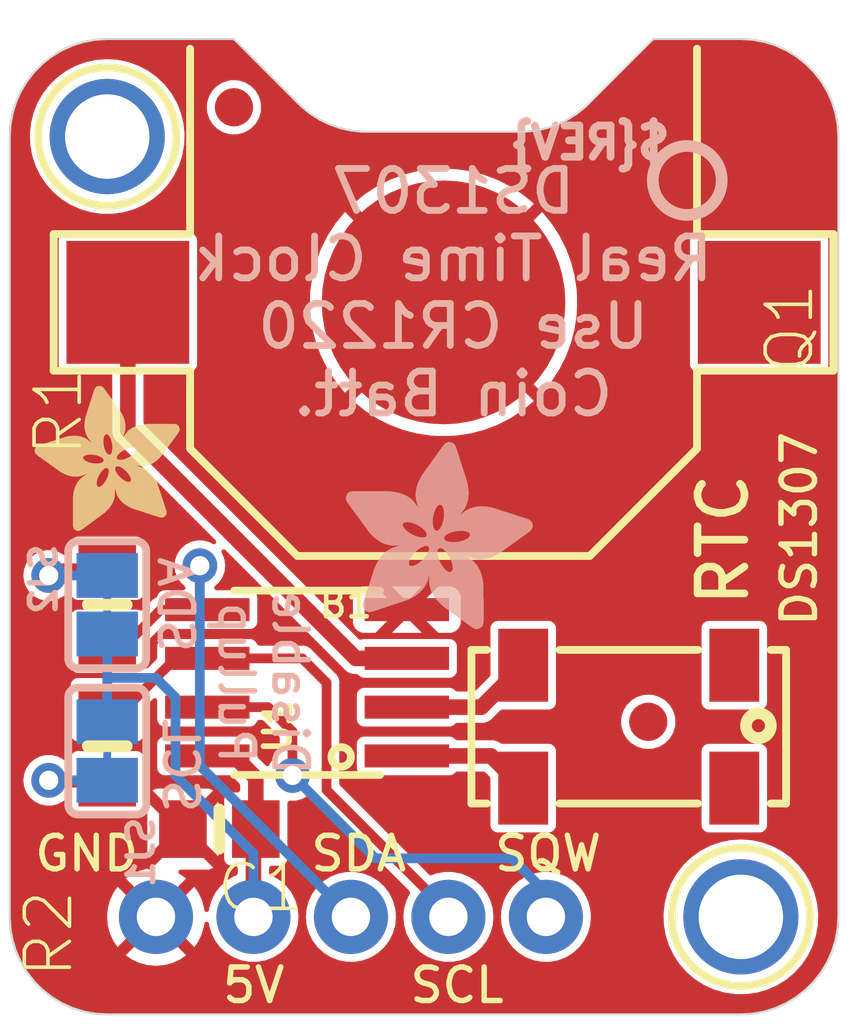
<source format=kicad_pcb>
(kicad_pcb (version 20221018) (generator pcbnew)
  (layers (0 "F.Cu" signal) (1 "In1.Cu" signal) (2 "In2.Cu" signal) (3 "In3.Cu" signal) (4 "In4.Cu" signal) (5 "In5.Cu" signal) (6 "In6.Cu" signal) (7 "In7.Cu" signal) (8 "In8.Cu" signal) (9 "In9.Cu" signal) (10 "In10.Cu" signal) (11 "In11.Cu" signal) (12 "In12.Cu" signal) (13 "In13.Cu" signal) (14 "In14.Cu" signal) (31 "B.Cu" signal) (34 "B.Paste" user) (35 "F.Paste" user) (36 "B.SilkS" user "B.Silkscreen") (37 "F.SilkS" user "F.Silkscreen") (38 "B.Mask" user) (39 "F.Mask" user) (44 "Edge.Cuts" user))
  (net 0 "")
  (net 1 "GND")
  (net 2 "VCC")
  (net 3 "SDA")
  (net 4 "SCL")
  (net 5 "VBAT")
  (net 6 "SQW")
  (net 7 "N$1")
  (net 8 "N$2")
  (net 9 "XI")
  (net 10 "XO")
  (footprint "working:MOUNTINGHOLE_2.0_PLATED" (layer "F.Cu") (at 140.2461 94.8436 90)
    (fp_text reference "U$1" hide)
    (fp_text value "MOUNTINGHOLE2.0" hide)
    (pad "P$1" thru_hole circle (at 0 0 90) (size 3 3) (drill 2.2) (layers "*.Cu" "*.Mask"))
    (zone (net 0) (net_name "") (layer "F.Cu") (connect_pads (clearance 0)) (min_thickness 0.25)
      (keepout (tracks not_allowed) (vias not_allowed) (pads not_allowed) (copperpour not_allowed) (footprints allowed))
      (fill (thermal_gap 0.5) (thermal_bridge_width 0.5))
      (polygon (pts (xy 140.2461 92.8276) (xy 139.965527 92.84722) (xy 139.690415 92.905696) (xy 139.426119 93.001892) (xy 139.177783 93.133935) (xy 138.95024 93.299254) (xy 138.74792 93.494633) (xy 138.57476 93.716267) (xy 138.434131 93.959844) (xy 138.32877 94.220622) (xy 138.260728 94.493525) (xy 138.231328 94.773243) (xy 138.241144 95.054329) (xy 138.289984 95.331315) (xy 138.376897 95.598807) (xy 138.500193 95.8516) (xy 138.65747 96.084774) (xy 138.845669 96.293789) (xy 139.061125 96.474578) (xy 139.299645 96.623622) (xy 139.556587 96.73802) (xy 139.82695 96.815546) (xy 140.105471 96.854689) (xy 140.386729 96.854689) (xy 140.66525 96.815546) (xy 140.935613 96.73802) (xy 141.192555 96.623622) (xy 141.431075 96.474578) (xy 141.646531 96.293789) (xy 141.83473 96.084774) (xy 141.992007 95.8516) (xy 142.115303 95.598807) (xy 142.202216 95.331315) (xy 142.251056 95.054329) (xy 142.260872 94.773243) (xy 142.231472 94.493525) (xy 142.16343 94.220622) (xy 142.058069 93.959844) (xy 141.91744 93.716267) (xy 141.74428 93.494633) (xy 141.54196 93.299254) (xy 141.314417 93.133935) (xy 141.066081 93.001892) (xy 140.801785 92.905696) (xy 140.526673 92.84722)))
      (polygon (pts (xy 140.2461 94.8596) (xy 140.257414 94.854914) (xy 140.2621 94.8436) (xy 140.257414 94.832286) (xy 140.2461 94.8276) (xy 140.234786 94.832286) (xy 140.2301 94.8436) (xy 140.234786 94.854914)))
    )
  )
  (footprint "working:SOIC8_150MIL" (layer "F.Cu") (at 145.4531 109.0676 90)
    (fp_text reference "U1" (at -1.905 -0.381 90) (layer "F.SilkS") (effects (font (size 0.666496 0.666496) (thickness 0.146304)) (justify left bottom)))
    (fp_text value "DS1307")
    (pad "1" smd rect (at -1.905 2.6 90) (size 0.6 2.2) (layers "F.Cu" "F.Paste" "F.Mask") (net 9 "XI"))
    (pad "2" smd rect (at -0.635 2.6 90) (size 0.6 2.2) (layers "F.Cu" "F.Paste" "F.Mask") (net 10 "XO"))
    (pad "3" smd rect (at 0.635 2.6 90) (size 0.6 2.2) (layers "F.Cu" "F.Paste" "F.Mask") (net 5 "VBAT"))
    (pad "4" smd rect (at 1.905 2.6 90) (size 0.6 2.2) (layers "F.Cu" "F.Paste" "F.Mask") (net 1 "GND"))
    (pad "5" smd rect (at 1.905 -2.6 90) (size 0.6 2.2) (layers "F.Cu" "F.Paste" "F.Mask") (net 3 "SDA"))
    (pad "6" smd rect (at 0.635 -2.6 90) (size 0.6 2.2) (layers "F.Cu" "F.Paste" "F.Mask") (net 4 "SCL"))
    (pad "7" smd rect (at -0.635 -2.6 90) (size 0.6 2.2) (layers "F.Cu" "F.Paste" "F.Mask") (net 6 "SQW"))
    (pad "8" smd rect (at -1.905 -2.6 90) (size 0.6 2.2) (layers "F.Cu" "F.Paste" "F.Mask") (net 2 "VCC"))
  )
  (footprint "working:CRYSTAL_8X3.8" (layer "F.Cu") (at 153.8351 110.2106)
    (fp_text reference "Q1" (at 4.191 -9.144 90) (layer "F.SilkS") (effects (font (size 1.176691 1.176691) (thickness 0.093309)) (justify left)))
    (fp_text value "32.768")
    (pad "P$1" smd rect (at -2.75 1.6) (size 1.3 1.9) (layers "F.Cu" "F.Paste" "F.Mask") (net 9 "XI"))
    (pad "P$2" smd rect (at 2.75 1.6) (size 1.3 1.9) (layers "F.Cu" "F.Paste" "F.Mask"))
    (pad "P$3" smd rect (at 2.75 -1.6) (size 1.3 1.9) (layers "F.Cu" "F.Paste" "F.Mask"))
    (pad "P$4" smd rect (at -2.75 -1.6) (size 1.3 1.9) (layers "F.Cu" "F.Paste" "F.Mask") (net 10 "XO"))
  )
  (footprint "working:0805-NO" (layer "F.Cu") (at 140.2461 110.7186 90)
    (fp_text reference "R2" (at -6.096 -1.524 90) (layer "F.SilkS") (effects (font (size 1.176691 1.176691) (thickness 0.093309)) (justify left)))
    (fp_text value "10K")
    (pad "1" smd rect (at -0.95 0 90) (size 1.24 1.5) (layers "F.Cu" "F.Paste" "F.Mask") (net 7 "N$1"))
    (pad "2" smd rect (at 0.95 0 90) (size 1.24 1.5) (layers "F.Cu" "F.Paste" "F.Mask") (net 4 "SCL"))
  )
  (footprint "working:0805-NO" (layer "F.Cu") (at 140.2461 107.0356 90)
    (fp_text reference "R1" (at 3.81 -1.27 90) (layer "F.SilkS") (effects (font (size 1.176691 1.176691) (thickness 0.093309)) (justify left)))
    (fp_text value "10K")
    (pad "1" smd rect (at -0.95 0 90) (size 1.24 1.5) (layers "F.Cu" "F.Paste" "F.Mask") (net 3 "SDA"))
    (pad "2" smd rect (at 0.95 0 90) (size 1.24 1.5) (layers "F.Cu" "F.Paste" "F.Mask") (net 8 "N$2"))
  )
  (footprint "working:1X05_ROUND_76" (layer "F.Cu") (at 146.5961 115.1636 180)
    (fp_text reference "JP2" hide)
    (fp_text value "")
    (pad "1" thru_hole circle (at -5.08 0 270) (size 1.9304 1.9304) (drill 1) (layers "*.Cu" "*.Mask") (net 6 "SQW"))
    (pad "2" thru_hole circle (at -2.54 0 270) (size 1.9304 1.9304) (drill 1) (layers "*.Cu" "*.Mask") (net 4 "SCL"))
    (pad "3" thru_hole circle (at 0 0 270) (size 1.9304 1.9304) (drill 1) (layers "*.Cu" "*.Mask") (net 3 "SDA"))
    (pad "4" thru_hole circle (at 2.54 0 270) (size 1.9304 1.9304) (drill 1) (layers "*.Cu" "*.Mask") (net 2 "VCC"))
    (pad "5" thru_hole circle (at 5.08 0 270) (size 1.9304 1.9304) (drill 1) (layers "*.Cu" "*.Mask") (net 1 "GND"))
  )
  (footprint "working:FIDUCIAL_1MM" (layer "F.Cu") (at 143.5481 94.0816 90)
    (fp_text reference "FID1" hide)
    (fp_text value "FIDUCIAL\"\"" hide)
    (pad "1" smd roundrect (at 0 0 90) (size 1 1) (layers "F.Cu" "F.Mask") (roundrect_rratio 0.5))
  )
  (footprint "working:MOUNTINGHOLE_2.0_PLATED" (layer "F.Cu") (at 156.7561 115.1636 90)
    (fp_text reference "U$4" hide)
    (fp_text value "MOUNTINGHOLE2.0" hide)
    (pad "P$1" thru_hole circle (at 0 0 90) (size 3 3) (drill 2.2) (layers "*.Cu" "*.Mask"))
    (zone (net 0) (net_name "") (layer "F.Cu") (connect_pads (clearance 0)) (min_thickness 0.25)
      (keepout (tracks not_allowed) (vias not_allowed) (pads not_allowed) (copperpour not_allowed) (footprints allowed))
      (fill (thermal_gap 0.5) (thermal_bridge_width 0.5))
      (polygon (pts (xy 156.7561 113.1476) (xy 156.475527 113.16722) (xy 156.200415 113.225696) (xy 155.936119 113.321892) (xy 155.687783 113.453935) (xy 155.46024 113.619254) (xy 155.25792 113.814633) (xy 155.08476 114.036267) (xy 154.944131 114.279844) (xy 154.83877 114.540622) (xy 154.770728 114.813525) (xy 154.741328 115.093243) (xy 154.751144 115.374329) (xy 154.799984 115.651315) (xy 154.886897 115.918807) (xy 155.010193 116.1716) (xy 155.16747 116.404774) (xy 155.355669 116.613789) (xy 155.571125 116.794578) (xy 155.809645 116.943622) (xy 156.066587 117.05802) (xy 156.33695 117.135546) (xy 156.615471 117.174689) (xy 156.896729 117.174689) (xy 157.17525 117.135546) (xy 157.445613 117.05802) (xy 157.702555 116.943622) (xy 157.941075 116.794578) (xy 158.156531 116.613789) (xy 158.34473 116.404774) (xy 158.502007 116.1716) (xy 158.625303 115.918807) (xy 158.712216 115.651315) (xy 158.761056 115.374329) (xy 158.770872 115.093243) (xy 158.741472 114.813525) (xy 158.67343 114.540622) (xy 158.568069 114.279844) (xy 158.42744 114.036267) (xy 158.25428 113.814633) (xy 158.05196 113.619254) (xy 157.824417 113.453935) (xy 157.576081 113.321892) (xy 157.311785 113.225696) (xy 157.036673 113.16722)))
      (polygon (pts (xy 156.7561 115.1796) (xy 156.767414 115.174914) (xy 156.7721 115.1636) (xy 156.767414 115.152286) (xy 156.7561 115.1476) (xy 156.744786 115.152286) (xy 156.7401 115.1636) (xy 156.744786 115.174914)))
    )
  )
  (footprint "working:ADAFRUIT_3.5MM" (layer "F.Cu") (at 142.1511 105.1306 90)
    (fp_text reference "U$2" hide)
    (fp_text value "" hide)
  )
  (footprint "working:0805-NO" (layer "F.Cu") (at 143.1671 112.8776 180)
    (fp_text reference "C1" (at -2.286 -1.524) (layer "F.SilkS") (effects (font (size 1.176691 1.176691) (thickness 0.093309)) (justify right)))
    (fp_text value "0.1uF")
    (pad "1" smd rect (at -0.95 0 180) (size 1.24 1.5) (layers "F.Cu" "F.Paste" "F.Mask") (net 2 "VCC"))
    (pad "2" smd rect (at 0.95 0 180) (size 1.24 1.5) (layers "F.Cu" "F.Paste" "F.Mask") (net 1 "GND"))
  )
  (footprint "working:FIDUCIAL_1MM" (layer "F.Cu") (at 154.3431 110.0836 90)
    (fp_text reference "FID2" hide)
    (fp_text value "FIDUCIAL\"\"" hide)
    (pad "1" smd roundrect (at 0 0 90) (size 1 1) (layers "F.Cu" "F.Mask") (roundrect_rratio 0.5))
  )
  (footprint "working:CR1220" (layer "F.Cu") (at 149.0091 99.1616)
    (fp_text reference "B1" (at -3.302 7.86) (layer "F.SilkS") (effects (font (size 0.692831 0.692831) (thickness 0.119969)) (justify left)))
    (fp_text value "CR1220")
    (pad "+$1" smd rect (at -8.2254 0) (size 3.2 3.2) (layers "F.Cu" "F.Paste" "F.Mask") (net 5 "VBAT"))
    (pad "+$2" smd rect (at 8.2254 0) (size 3.2 3.2) (layers "F.Cu" "F.Paste" "F.Mask"))
    (pad "-" smd roundrect (at 0 0) (size 6.35 6.35) (layers "F.Cu" "F.Mask") (roundrect_rratio 0.5) (net 1 "GND"))
  )
  (footprint "working:SOLDERJUMPER_CLOSEDWIRE" (layer "B.Cu") (at 140.2461 110.8456 90)
    (fp_text reference "SJ1" (at -1.651 1.27 270) (layer "B.SilkS") (effects (font (size 0.666496 0.666496) (thickness 0.146304)) (justify left bottom mirror)))
    (fp_text value "")
    (pad "1" smd rect (at -0.762 0 90) (size 1.1684 1.6002) (layers "B.Cu" "B.Mask") (net 7 "N$1"))
    (pad "2" smd rect (at 0.762 0 90) (size 1.1684 1.6002) (layers "B.Cu" "B.Mask") (net 2 "VCC"))
    (pad "WIRE" smd rect (at 0 0 90) (size 0.635 0.2032) (layers "B.Cu" "B.Mask"))
  )
  (footprint "working:PCBFEAT-REV-040" (layer "B.Cu") (at 155.3591 95.9866)
    (fp_text reference "U$3" hide)
    (fp_text value "" hide)
    (fp_text user "${REV}" (at -0.3556 -0.508 180) (layer "B.SilkS") (effects (font (size 0.8128 0.8128) (thickness 0.2032)) (justify left bottom mirror)))
  )
  (footprint "working:ADAFRUIT_5MM" (layer "B.Cu") (at 146.4691 107.6706 90)
    (fp_text reference "U$5" hide)
    (fp_text value "" hide)
  )
  (footprint "working:SOLDERJUMPER_CLOSEDWIRE" (layer "B.Cu") (at 140.2461 107.0356 -90)
    (fp_text reference "SJ2" (at -1.651 1.27 90) (layer "B.SilkS") (effects (font (size 0.666496 0.666496) (thickness 0.146304)) (justify left bottom mirror)))
    (fp_text value "")
    (pad "1" smd rect (at -0.762 0 270) (size 1.1684 1.6002) (layers "B.Cu" "B.Mask") (net 8 "N$2"))
    (pad "2" smd rect (at 0.762 0 270) (size 1.1684 1.6002) (layers "B.Cu" "B.Mask") (net 2 "VCC"))
    (pad "WIRE" smd rect (at 0 0 270) (size 0.635 0.2032) (layers "B.Cu" "B.Mask"))
  )
  (gr_arc (start 140.2461 117.7036) (mid 138.450049 116.959651) (end 137.7061 115.1636) (stroke (width 0.05)) (layer "Edge.Cuts"))
  (gr_line (start 152.80105 93.97265) (end 154.4701 92.3036) (stroke (width 0.05)) (layer "Edge.Cuts"))
  (gr_line (start 147.013203 94.7166) (end 151.004996 94.7166) (stroke (width 0.05)) (layer "Edge.Cuts"))
  (gr_arc (start 152.80105 93.97265) (mid 151.977014 94.523254) (end 151.004996 94.7166) (stroke (width 0.05)) (layer "Edge.Cuts"))
  (gr_line (start 143.5481 92.3036) (end 145.21715 93.97265) (stroke (width 0.05)) (layer "Edge.Cuts"))
  (gr_arc (start 137.7061 94.8436) (mid 138.450049 93.047549) (end 140.2461 92.3036) (stroke (width 0.05)) (layer "Edge.Cuts"))
  (gr_line (start 137.7061 115.1636) (end 137.7061 94.8436) (stroke (width 0.05)) (layer "Edge.Cuts"))
  (gr_line (start 159.2961 94.8436) (end 159.2961 115.1636) (stroke (width 0.05)) (layer "Edge.Cuts"))
  (gr_line (start 154.4701 92.3036) (end 156.7561 92.3036) (stroke (width 0.05)) (layer "Edge.Cuts"))
  (gr_line (start 156.7561 117.7036) (end 140.2461 117.7036) (stroke (width 0.05)) (layer "Edge.Cuts"))
  (gr_arc (start 156.7561 92.3036) (mid 158.552151 93.047549) (end 159.2961 94.8436) (stroke (width 0.05)) (layer "Edge.Cuts"))
  (gr_arc (start 147.013203 94.7166) (mid 146.041186 94.523254) (end 145.21715 93.97265) (stroke (width 0.05)) (layer "Edge.Cuts"))
  (gr_line (start 140.2461 92.3036) (end 143.5481 92.3036) (stroke (width 0.05)) (layer "Edge.Cuts"))
  (gr_arc (start 159.2961 115.1636) (mid 158.552151 116.959651) (end 156.7561 117.7036) (stroke (width 0.05)) (layer "Edge.Cuts"))
  (gr_text "SDA" (at 142.0241 107.0356 -90) (layer "B.SilkS") (effects (font (size 0.87376 0.87376) (thickness 0.14224)) (justify mirror)))
  (gr_text "Disable\nPullup" (at 144.3101 109.0676 -90) (layer "B.SilkS") (effects (font (size 0.87376 0.87376) (thickness 0.14224)) (justify mirror)))
  (gr_text "DS1307\nReal Time Clock\nUse CR1220\nCoin Batt." (at 149.2631 98.9076) (layer "B.SilkS") (effects (font (size 1.0922 1.0922) (thickness 0.1778)) (justify mirror)))
  (gr_text "SCL" (at 142.1511 111.2266 -90) (layer "B.SilkS") (effects (font (size 0.87376 0.87376) (thickness 0.14224)) (justify mirror)))
  (gr_text "SDA" (at 148.1201 113.0046) (layer "F.SilkS") (effects (font (size 0.87376 0.87376) (thickness 0.14224)) (justify right top)))
  (gr_text "5V" (at 144.9451 116.4336) (layer "F.SilkS") (effects (font (size 0.87376 0.87376) (thickness 0.14224)) (justify right top)))
  (gr_text "SQW" (at 153.2001 113.0046) (layer "F.SilkS") (effects (font (size 0.87376 0.87376) (thickness 0.14224)) (justify right top)))
  (gr_text "DS1307" (at 158.7881 107.6706 90) (layer "F.SilkS") (effects (font (size 0.87376 0.87376) (thickness 0.14224)) (justify left bottom)))
  (gr_text "SCL" (at 150.6601 116.4336) (layer "F.SilkS") (effects (font (size 0.87376 0.87376) (thickness 0.14224)) (justify right top)))
  (gr_text "RTC" (at 157.0101 107.1626 90) (layer "F.SilkS") (effects (font (size 1.223264 1.223264) (thickness 0.199136)) (justify left bottom)))
  (gr_text "GND" (at 141.1351 113.0046) (layer "F.SilkS") (effects (font (size 0.87376 0.87376) (thickness 0.14224)) (justify right top)))
  (segment (start 144.0561 112.9386) (end 144.1171 112.8776) (width 0.4064) (layer "F.Cu") (net 2))
  (segment (start 144.1171 111.5416) (end 143.5481 110.9726) (width 0.4064) (layer "F.Cu") (net 2))
  (segment (start 143.5481 110.9726) (end 142.8531 110.9726) (width 0.4064) (layer "F.Cu") (net 2))
  (segment (start 144.0561 115.1636) (end 144.0561 112.9386) (width 0.4064) (layer "F.Cu") (net 2))
  (segment (start 144.1171 112.8776) (end 144.1171 111.5416) (width 0.4064) (layer "F.Cu") (net 2))
  (segment (start 142.0241 109.4486) (end 141.5161 108.9406) (width 0.254) (layer "B.Cu") (net 2))
  (segment (start 144.0561 113.5126) (end 142.0241 111.4806) (width 0.254) (layer "B.Cu") (net 2))
  (segment (start 140.2461 110.0836) (end 140.2461 108.9406) (width 0.254) (layer "B.Cu") (net 2))
  (segment (start 140.2461 108.9406) (end 140.2461 107.7976) (width 0.254) (layer "B.Cu") (net 2))
  (segment (start 142.0241 111.4806) (end 142.0241 109.4486) (width 0.254) (layer "B.Cu") (net 2))
  (segment (start 144.0561 115.1636) (end 144.0561 113.5126) (width 0.254) (layer "B.Cu") (net 2))
  (segment (start 141.5161 108.9406) (end 140.2461 108.9406) (width 0.254) (layer "B.Cu") (net 2))
  (segment (start 140.8201 107.9856) (end 141.6431 107.1626) (width 0.254) (layer "F.Cu") (net 3))
  (segment (start 140.2461 107.9856) (end 140.8201 107.9856) (width 0.254) (layer "F.Cu") (net 3))
  (segment (start 142.6591 106.9686) (end 142.8531 107.1626) (width 0.254) (layer "F.Cu") (net 3))
  (segment (start 142.6591 106.0196) (end 142.6591 106.9686) (width 0.254) (layer "F.Cu") (net 3))
  (segment (start 141.6431 107.1626) (end 142.8531 107.1626) (width 0.254) (layer "F.Cu") (net 3))
  (via (at 142.6591 106.0196) (size 0.9064) (drill 0.5) (layers "F.Cu" "B.Cu") (net 3))
  (segment (start 146.5961 115.1636) (end 142.6591 111.2266) (width 0.254) (layer "B.Cu") (net 3))
  (segment (start 142.6591 111.2266) (end 142.6591 106.0196) (width 0.254) (layer "B.Cu") (net 3))
  (segment (start 142.0241 108.4326) (end 142.8531 108.4326) (width 0.254) (layer "F.Cu") (net 4))
  (segment (start 145.9611 111.8616) (end 145.9611 109.0676) (width 0.254) (layer "F.Cu") (net 4))
  (segment (start 140.6881 109.7686) (end 142.0241 108.4326) (width 0.254) (layer "F.Cu") (net 4))
  (segment (start 145.9611 109.0676) (end 145.3261 108.4326) (width 0.254) (layer "F.Cu") (net 4))
  (segment (start 149.1361 115.1636) (end 149.1361 115.0366) (width 0.254) (layer "F.Cu") (net 4))
  (segment (start 149.1361 115.0366) (end 145.9611 111.8616) (width 0.254) (layer "F.Cu") (net 4))
  (segment (start 145.3261 108.4326) (end 142.8531 108.4326) (width 0.254) (layer "F.Cu") (net 4))
  (segment (start 140.2461 109.7686) (end 140.6881 109.7686) (width 0.254) (layer "F.Cu") (net 4))
  (segment (start 146.7231 108.4326) (end 140.7837 102.4932) (width 0.4064) (layer "F.Cu") (net 5))
  (segment (start 146.7231 108.4326) (end 148.0531 108.4326) (width 0.4064) (layer "F.Cu") (net 5))
  (segment (start 140.7837 102.4932) (end 140.7837 99.1616) (width 0.4064) (layer "F.Cu") (net 5))
  (segment (start 145.0721 111.4806) (end 145.0721 110.3376) (width 0.254) (layer "F.Cu") (net 6))
  (segment (start 145.0721 110.3376) (end 144.4371 109.7026) (width 0.254) (layer "F.Cu") (net 6))
  (segment (start 142.8531 109.7026) (end 144.4371 109.7026) (width 0.254) (layer "F.Cu") (net 6))
  (via (at 145.0721 111.4806) (size 0.9064) (drill 0.5) (layers "F.Cu" "B.Cu") (net 6))
  (segment (start 151.6761 114.5286) (end 150.7871 113.6396) (width 0.254) (layer "B.Cu") (net 6))
  (segment (start 147.2311 113.6396) (end 145.0721 111.4806) (width 0.254) (layer "B.Cu") (net 6))
  (segment (start 151.6761 115.1636) (end 151.6761 114.5286) (width 0.254) (layer "B.Cu") (net 6))
  (segment (start 150.7871 113.6396) (end 147.2311 113.6396) (width 0.254) (layer "B.Cu") (net 6))
  (segment (start 138.7831 111.6686) (end 140.2461 111.6686) (width 0.254) (layer "F.Cu") (net 7))
  (segment (start 138.7221 111.6076) (end 138.7831 111.6686) (width 0.254) (layer "F.Cu") (net 7))
  (via (at 138.7221 111.6076) (size 0.9064) (drill 0.5) (layers "F.Cu" "B.Cu") (net 7))
  (segment (start 140.2461 111.6076) (end 138.7221 111.6076) (width 0.254) (layer "B.Cu") (net 7))
  (segment (start 138.7221 106.2736) (end 138.9101 106.0856) (width 0.254) (layer "F.Cu") (net 8))
  (segment (start 138.9101 106.0856) (end 140.2461 106.0856) (width 0.254) (layer "F.Cu") (net 8))
  (via (at 138.7221 106.2736) (size 0.9064) (drill 0.5) (layers "F.Cu" "B.Cu") (net 8))
  (segment (start 140.2461 106.2736) (end 138.7221 106.2736) (width 0.254) (layer "B.Cu") (net 8))
  (segment (start 150.2471 110.9726) (end 151.0851 111.8106) (width 0.4064) (layer "F.Cu") (net 9))
  (segment (start 148.0531 110.9726) (end 150.2471 110.9726) (width 0.4064) (layer "F.Cu") (net 9))
  (segment (start 149.9931 109.7026) (end 151.0851 108.6106) (width 0.4064) (layer "F.Cu") (net 10))
  (segment (start 148.0531 109.7026) (end 149.9931 109.7026) (width 0.4064) (layer "F.Cu") (net 10))
  (zone (net 1) (net_name "GND") (layer "F.Cu") (priority 6) (connect_pads (clearance 0.000001)) (min_thickness 0.127) (fill yes (thermal_gap 0.304) (thermal_bridge_width 0.304))
    (polygon (pts (xy 159.2961 117.9576) (xy 137.4521 117.9576) (xy 137.4521 91.2876) (xy 159.2961 91.2876)))
  )
)
</source>
